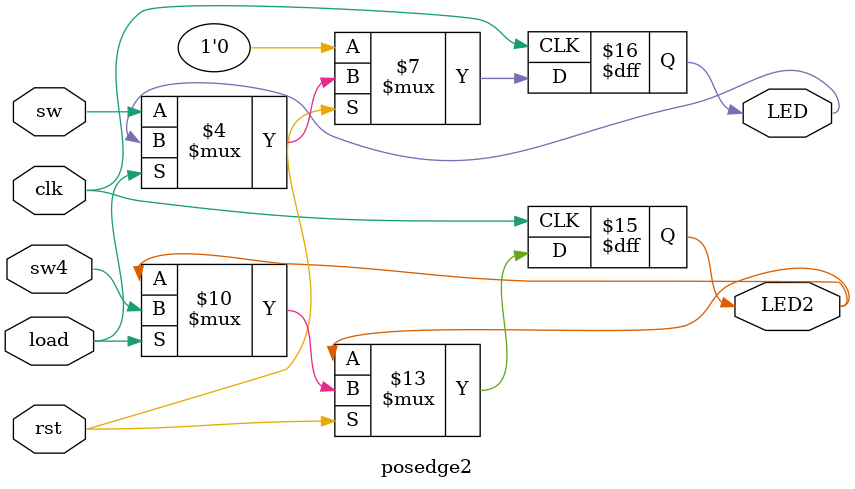
<source format=v>
`timescale 1ns / 1ps


module posedge2(
input clk,
input rst,
input sw,
input sw4,
input load,
output reg LED2,
output reg LED
    );
    

   always @(negedge clk)
      if (!rst) begin
         LED <= 1'b0;
      end else if (load) begin
         LED2 <= sw4;
      end else begin
         LED <= sw;
      end
      
						
								
						
										
						
endmodule

</source>
